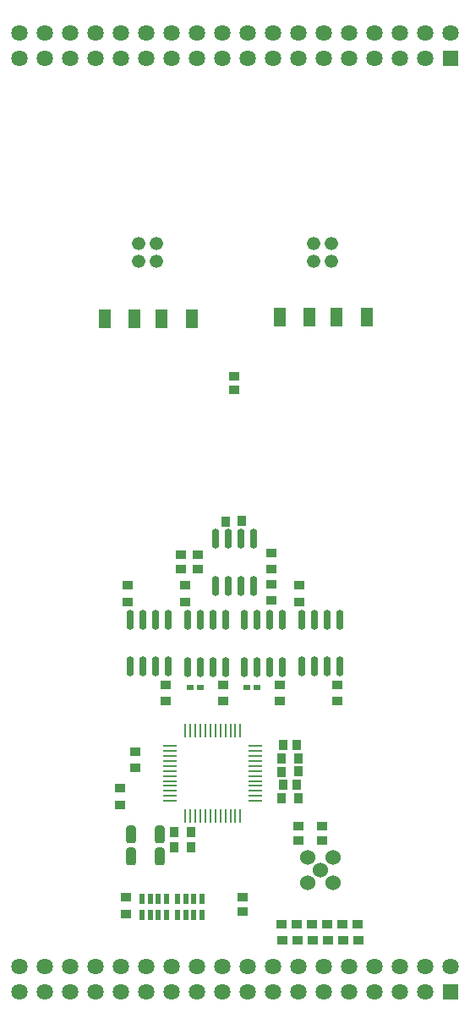
<source format=gts>
G04*
G04 #@! TF.GenerationSoftware,Altium Limited,Altium Designer,21.8.1 (53)*
G04*
G04 Layer_Color=8388736*
%FSLAX24Y24*%
%MOIN*%
G70*
G04*
G04 #@! TF.SameCoordinates,EDC69185-3C86-4443-AEAC-3931C59231B4*
G04*
G04*
G04 #@! TF.FilePolarity,Negative*
G04*
G01*
G75*
%ADD18O,0.0286X0.0798*%
%ADD19R,0.0404X0.0365*%
%ADD20R,0.0365X0.0404*%
G04:AMPARAMS|DCode=21|XSize=70mil|YSize=40.4mil|CornerRadius=11.4mil|HoleSize=0mil|Usage=FLASHONLY|Rotation=270.000|XOffset=0mil|YOffset=0mil|HoleType=Round|Shape=RoundedRectangle|*
%AMROUNDEDRECTD21*
21,1,0.0700,0.0177,0,0,270.0*
21,1,0.0472,0.0404,0,0,270.0*
1,1,0.0227,-0.0089,-0.0236*
1,1,0.0227,-0.0089,0.0236*
1,1,0.0227,0.0089,0.0236*
1,1,0.0227,0.0089,-0.0236*
%
%ADD21ROUNDEDRECTD21*%
%ADD22R,0.0227X0.0385*%
%ADD23R,0.0090X0.0535*%
%ADD24R,0.0535X0.0090*%
%ADD25R,0.0286X0.0247*%
%ADD26R,0.0503X0.0759*%
%ADD27C,0.0641*%
%ADD28R,0.0641X0.0641*%
%ADD29C,0.0601*%
%ADD30C,0.0528*%
D18*
X-8249Y-4062D02*
D03*
X-8749D02*
D03*
X-9249D02*
D03*
X-9749D02*
D03*
X-8249Y-5913D02*
D03*
X-8749D02*
D03*
X-9249D02*
D03*
X-9749D02*
D03*
X-11999Y-5900D02*
D03*
X-11499D02*
D03*
X-10999D02*
D03*
X-10499D02*
D03*
X-11999Y-4049D02*
D03*
X-11499D02*
D03*
X-10999D02*
D03*
X-10499D02*
D03*
X-5249Y-5900D02*
D03*
X-4749D02*
D03*
X-4249D02*
D03*
X-3749D02*
D03*
X-5249Y-4049D02*
D03*
X-4749D02*
D03*
X-4249D02*
D03*
X-3749D02*
D03*
X-7499Y-5913D02*
D03*
X-6999D02*
D03*
X-6499D02*
D03*
X-5999D02*
D03*
X-7499Y-4062D02*
D03*
X-6999D02*
D03*
X-6499D02*
D03*
X-5999D02*
D03*
X-8634Y-2713D02*
D03*
X-8134D02*
D03*
X-7634D02*
D03*
X-7134D02*
D03*
X-8634Y-862D02*
D03*
X-8134D02*
D03*
X-7634D02*
D03*
X-7134D02*
D03*
D19*
X-3018Y-16693D02*
D03*
X-3022Y-16040D02*
D03*
X-3618Y-16693D02*
D03*
X-3622Y-16040D02*
D03*
X-4218Y-16693D02*
D03*
X-4222Y-16040D02*
D03*
X-4818Y-16693D02*
D03*
X-4822Y-16040D02*
D03*
X-5418Y-16693D02*
D03*
X-5422Y-16040D02*
D03*
X-6018Y-16693D02*
D03*
X-6022Y-16040D02*
D03*
X-11815Y-9901D02*
D03*
X-11818Y-9248D02*
D03*
X-12415Y-11351D02*
D03*
X-12419Y-10698D02*
D03*
X-12165Y-15651D02*
D03*
X-12169Y-14998D02*
D03*
X-10595Y-7255D02*
D03*
X-10599Y-6602D02*
D03*
X-8345Y-7255D02*
D03*
X-8349Y-6602D02*
D03*
X-6095Y-7255D02*
D03*
X-6099Y-6602D02*
D03*
X-3845Y-7255D02*
D03*
X-3849Y-6602D02*
D03*
X-6445Y-2055D02*
D03*
X-6449Y-1402D02*
D03*
X-12103Y-2694D02*
D03*
X-12099Y-3347D02*
D03*
X-9853Y-2694D02*
D03*
X-9849Y-3347D02*
D03*
X-6453Y-2644D02*
D03*
X-6449Y-3297D02*
D03*
X-5353Y-2694D02*
D03*
X-5349Y-3347D02*
D03*
X-7569Y-14995D02*
D03*
Y-15546D02*
D03*
X-5369Y-12746D02*
D03*
Y-12195D02*
D03*
X-4449Y-12750D02*
D03*
Y-12199D02*
D03*
X-7918Y5555D02*
D03*
Y5004D02*
D03*
X-9999Y-2050D02*
D03*
Y-1499D02*
D03*
X-9349Y-2050D02*
D03*
Y-1499D02*
D03*
D20*
X-6030Y-11098D02*
D03*
X-5376Y-11094D02*
D03*
X-9618Y-12420D02*
D03*
X-10272Y-12424D02*
D03*
X-9618Y-13020D02*
D03*
X-10272Y-13024D02*
D03*
X-6030Y-9508D02*
D03*
X-5376Y-9504D02*
D03*
X-6030Y-10038D02*
D03*
X-5376Y-10034D02*
D03*
X-7588Y-167D02*
D03*
X-8241Y-170D02*
D03*
X-5979Y-8974D02*
D03*
X-5428D02*
D03*
X-5979Y-10564D02*
D03*
X-5428D02*
D03*
D21*
X-10828Y-12524D02*
D03*
X-11970D02*
D03*
X-10828Y-13374D02*
D03*
X-11970D02*
D03*
D22*
X-11529Y-15674D02*
D03*
Y-15044D02*
D03*
X-11214Y-15674D02*
D03*
X-10584D02*
D03*
X-10899D02*
D03*
Y-15044D02*
D03*
X-10584D02*
D03*
X-11214D02*
D03*
X-10129Y-15674D02*
D03*
X-9814D02*
D03*
X-9184D02*
D03*
X-9499D02*
D03*
Y-15044D02*
D03*
X-9184D02*
D03*
X-9814D02*
D03*
X-10129D02*
D03*
D23*
X-7855Y-8424D02*
D03*
X-9037D02*
D03*
X-9431Y-11789D02*
D03*
X-9234D02*
D03*
X-7855D02*
D03*
X-7659D02*
D03*
X-8052D02*
D03*
X-8249D02*
D03*
X-8446D02*
D03*
X-8643D02*
D03*
X-8840D02*
D03*
X-9037D02*
D03*
X-9628D02*
D03*
X-9824D02*
D03*
Y-8424D02*
D03*
X-9628D02*
D03*
X-9431D02*
D03*
X-9234D02*
D03*
X-8840D02*
D03*
X-8643D02*
D03*
X-8446D02*
D03*
X-8249D02*
D03*
X-8052D02*
D03*
X-7659D02*
D03*
D24*
X-10424Y-9221D02*
D03*
Y-9615D02*
D03*
Y-9812D02*
D03*
Y-10402D02*
D03*
Y-10599D02*
D03*
Y-10796D02*
D03*
Y-10993D02*
D03*
X-7059D02*
D03*
Y-10796D02*
D03*
Y-10599D02*
D03*
Y-10402D02*
D03*
Y-10205D02*
D03*
Y-10008D02*
D03*
Y-9812D02*
D03*
Y-9615D02*
D03*
Y-9418D02*
D03*
Y-9221D02*
D03*
Y-9024D02*
D03*
Y-11190D02*
D03*
X-10424D02*
D03*
Y-10205D02*
D03*
Y-10008D02*
D03*
Y-9418D02*
D03*
Y-9024D02*
D03*
D25*
X-7396Y-6724D02*
D03*
X-7002D02*
D03*
X-9646Y-6724D02*
D03*
X-9252D02*
D03*
D26*
X-4948Y7880D02*
D03*
X-6089D02*
D03*
X-11848Y7830D02*
D03*
X-12989D02*
D03*
X-2678Y7880D02*
D03*
X-3859D02*
D03*
X-9578Y7830D02*
D03*
X-10759D02*
D03*
D27*
X-16376Y19092D02*
D03*
Y18092D02*
D03*
X-15376Y19092D02*
D03*
Y18092D02*
D03*
X-14376Y19092D02*
D03*
Y18092D02*
D03*
X-13376Y19092D02*
D03*
Y18092D02*
D03*
X-12376Y19092D02*
D03*
Y18092D02*
D03*
X-11376Y19092D02*
D03*
Y18092D02*
D03*
X-10376Y19092D02*
D03*
Y18092D02*
D03*
X-9376Y19092D02*
D03*
Y18092D02*
D03*
X-8376Y19092D02*
D03*
Y18092D02*
D03*
X-7376Y19092D02*
D03*
Y18092D02*
D03*
X-6376Y19092D02*
D03*
Y18092D02*
D03*
X-5376Y19092D02*
D03*
Y18092D02*
D03*
X-4376Y19092D02*
D03*
Y18092D02*
D03*
X-3376Y19092D02*
D03*
Y18092D02*
D03*
X-2376Y19092D02*
D03*
Y18092D02*
D03*
X-1376Y19092D02*
D03*
Y18092D02*
D03*
X-376Y19092D02*
D03*
Y18092D02*
D03*
X624Y19092D02*
D03*
X-16376Y-17703D02*
D03*
Y-18703D02*
D03*
X-15376Y-17703D02*
D03*
Y-18703D02*
D03*
X-14376Y-17703D02*
D03*
Y-18703D02*
D03*
X-13376Y-17703D02*
D03*
Y-18703D02*
D03*
X-12376Y-17703D02*
D03*
Y-18703D02*
D03*
X-11376Y-17703D02*
D03*
Y-18703D02*
D03*
X-10376Y-17703D02*
D03*
Y-18703D02*
D03*
X-9376Y-17703D02*
D03*
Y-18703D02*
D03*
X-8376Y-17703D02*
D03*
Y-18703D02*
D03*
X-7376Y-17703D02*
D03*
Y-18703D02*
D03*
X-6376Y-17703D02*
D03*
Y-18703D02*
D03*
X-5376Y-17703D02*
D03*
Y-18703D02*
D03*
X-4376Y-17703D02*
D03*
Y-18703D02*
D03*
X-3376Y-17703D02*
D03*
Y-18703D02*
D03*
X-2376Y-17703D02*
D03*
Y-18703D02*
D03*
X-1376Y-17703D02*
D03*
Y-18703D02*
D03*
X-376Y-17703D02*
D03*
Y-18703D02*
D03*
X624Y-17703D02*
D03*
D28*
Y18092D02*
D03*
Y-18703D02*
D03*
D29*
X-4499Y-13924D02*
D03*
X-3999Y-14424D02*
D03*
Y-13424D02*
D03*
X-4999D02*
D03*
Y-14424D02*
D03*
D30*
X-11676Y10780D02*
D03*
X-10969D02*
D03*
Y10072D02*
D03*
X-11676D02*
D03*
X-4769Y10780D02*
D03*
X-4061D02*
D03*
Y10072D02*
D03*
X-4769D02*
D03*
M02*

</source>
